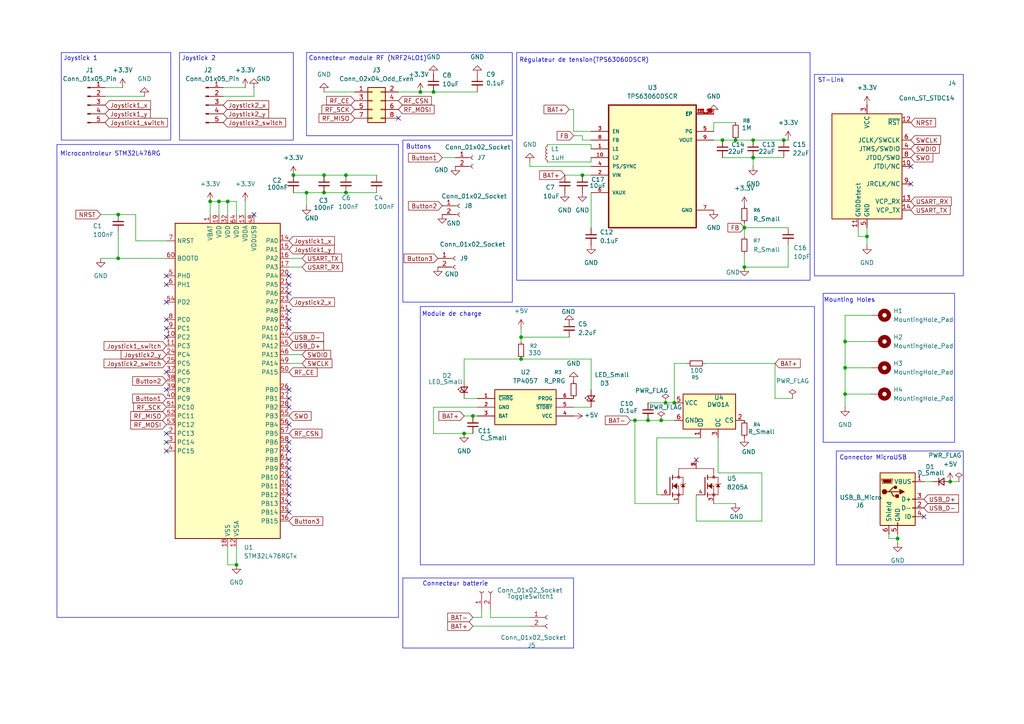
<source format=kicad_sch>
(kicad_sch (version 20250114) (generator "eeschema") (generator_version "9.0")
  (paper "A4")
  (title_block (title "Drone Controller") (date "2025-10-04") (company "ENSEA") (comment 1 "V1"))
  (rectangle (start 116.84 40.64) (end 148.59 87.63))
  (rectangle (start 16.51 41.91) (end 115.57 179.07))
  (rectangle (start 17.78 15.24) (end 49.53 40.64))
  (rectangle (start 242.57 130.81) (end 279.4 163.83))
  (rectangle (start 121.92 88.9) (end 236.22 163.83))
  (rectangle (start 149.86 15.24) (end 234.95 81.28))
  (rectangle (start 116.84 167.64) (end 166.37 187.96))
  (rectangle (start 88.9 15.24) (end 148.59 39.37))
  (rectangle (start 236.22 21.59) (end 279.4 80.01))
  (rectangle (start 52.07 15.24) (end 85.09 40.64))
  (rectangle (start 238.76 85.09) (end 276.86 128.27))
  (text "Mounting Holes" (at 246.38 87.122 0) (effects (font (size 1.27 1.27))))
  (text "Joystick 2\n" (at 57.658 17.018 0) (effects (font (size 1.27 1.27))))
  (text "Connector MicroUSB" (at 253.238 132.842 0) (effects (font (size 1.27 1.27))))
  (text "Buttons" (at 121.412 42.672 0) (effects (font (size 1.27 1.27))))
  (text "Microcontroleur STM32L476RG\n" (at 32.004 44.704 0) (effects (font (size 1.27 1.27))))
  (text "ST-Link" (at 241.046 23.368 0) (effects (font (size 1.27 1.27))))
  (text "Connecteur module RF (NRF24LO1)" (at 106.68 17.018 0) (effects (font (size 1.27 1.27))))
  (text "Joystick 1\n" (at 23.368 17.018 0) (effects (font (size 1.27 1.27))))
  (text "Régulateur de tension(TPS63060DSCR)\n\n" (at 169.418 18.542 0) (effects (font (size 1.27 1.27))))
  (text "Connecteur batterie" (at 132.08 169.418 0) (effects (font (size 1.27 1.27))))
  (text "Module de charge" (at 131.064 91.186 0) (effects (font (size 1.27 1.27))))
  (junction (at 209.55 40.64))
  (junction (at 85.09 50.8))
  (junction (at 245.11 114.3))
  (junction (at 63.5 58.42))
  (junction (at 66.04 58.42))
  (junction (at 245.11 99.06))
  (junction (at 218.44 45.72))
  (junction (at 93.98 50.8))
  (junction (at 121.92 26.67))
  (junction (at 213.36 40.64))
  (junction (at 100.33 55.88))
  (junction (at 68.58 163.83))
  (junction (at 151.13 97.79))
  (junction (at 34.29 74.93))
  (junction (at 134.62 125.73))
  (junction (at 260.35 156.21))
  (junction (at 151.13 104.14))
  (junction (at 275.59 139.7))
  (junction (at 100.33 50.8))
  (junction (at 88.9 55.88))
  (junction (at 245.11 106.68))
  (junction (at 227.33 40.64))
  (junction (at 191.77 121.92))
  (junction (at 251.46 68.58))
  (junction (at 125.73 26.67))
  (junction (at 137.16 120.65))
  (junction (at 215.9 77.47))
  (junction (at 34.29 62.23))
  (junction (at 60.96 58.42))
  (junction (at 168.91 50.8))
  (junction (at 218.44 40.64))
  (junction (at 195.58 116.84))
  (junction (at 193.04 116.84))
  (junction (at 93.98 55.88))
  (junction (at 187.96 121.92))
  (junction (at 215.9 66.04))
  (junction (at 184.15 121.92))
  (no_connect (at 83.82 133.35))
  (no_connect (at 83.82 128.27))
  (no_connect (at 83.82 135.89))
  (no_connect (at 115.57 34.29))
  (no_connect (at 264.16 53.34))
  (no_connect (at 48.26 125.73))
  (no_connect (at 48.26 113.03))
  (no_connect (at 48.26 87.63))
  (no_connect (at 48.26 130.81))
  (no_connect (at 83.82 82.55))
  (no_connect (at 83.82 80.01))
  (no_connect (at 48.26 80.01))
  (no_connect (at 83.82 95.25))
  (no_connect (at 83.82 143.51))
  (no_connect (at 83.82 113.03))
  (no_connect (at 83.82 140.97))
  (no_connect (at 267.97 149.86))
  (no_connect (at 201.93 133.35))
  (no_connect (at 83.82 92.71))
  (no_connect (at 83.82 146.05))
  (no_connect (at 48.26 107.95))
  (no_connect (at 83.82 123.19))
  (no_connect (at 83.82 130.81))
  (no_connect (at 264.16 48.26))
  (no_connect (at 73.66 62.23))
  (no_connect (at 48.26 97.79))
  (no_connect (at 48.26 128.27))
  (no_connect (at 83.82 138.43))
  (no_connect (at 83.82 85.09))
  (no_connect (at 83.82 148.59))
  (no_connect (at 83.82 115.57))
  (no_connect (at 83.82 90.17))
  (no_connect (at 48.26 95.25))
  (no_connect (at 83.82 118.11))
  (no_connect (at 48.26 92.71))
  (no_connect (at 48.26 82.55))
  (wire (pts (xy 209.55 40.64) (xy 213.36 40.64)))
  (wire (pts (xy 137.16 181.61) (xy 153.67 181.61)))
  (wire (pts (xy 132.08 45.72) (xy 128.27 45.72)))
  (wire (pts (xy 151.13 95.25) (xy 151.13 97.79)))
  (wire (pts (xy 245.11 106.68) (xy 252.73 106.68)))
  (wire (pts (xy 184.15 121.92) (xy 187.96 121.92)))
  (wire (pts (xy 220.98 137.16) (xy 220.98 151.13)))
  (wire (pts (xy 203.2 127) (xy 190.5 127)))
  (wire (pts (xy 224.79 115.57) (xy 229.87 115.57)))
  (wire (pts (xy 66.04 158.75) (xy 66.04 163.83)))
  (wire (pts (xy 195.58 116.84) (xy 195.58 105.41)))
  (wire (pts (xy 93.98 55.88) (xy 100.33 55.88)))
  (wire (pts (xy 100.33 50.8) (xy 109.22 50.8)))
  (wire (pts (xy 137.16 120.65) (xy 138.43 120.65)))
  (wire (pts (xy 151.13 104.14) (xy 134.62 104.14)))
  (wire (pts (xy 218.44 40.64) (xy 227.33 40.64)))
  (wire (pts (xy 207.01 146.05) (xy 213.36 146.05)))
  (wire (pts (xy 245.11 106.68) (xy 245.11 114.3)))
  (wire (pts (xy 60.96 62.23) (xy 60.96 58.42)))
  (wire (pts (xy 275.59 139.7) (xy 278.13 139.7)))
  (wire (pts (xy 208.28 127) (xy 208.28 137.16)))
  (wire (pts (xy 187.96 116.84) (xy 193.04 116.84)))
  (wire (pts (xy 171.45 48.26) (xy 153.67 48.26)))
  (wire (pts (xy 29.21 74.93) (xy 34.29 74.93)))
  (wire (pts (xy 88.9 55.88) (xy 88.9 59.69)))
  (wire (pts (xy 218.44 45.72) (xy 227.33 45.72)))
  (wire (pts (xy 34.29 67.31) (xy 34.29 74.93)))
  (wire (pts (xy 215.9 66.04) (xy 215.9 68.58)))
  (wire (pts (xy 73.66 25.4) (xy 73.66 27.94)))
  (wire (pts (xy 153.67 48.26) (xy 153.67 46.99)))
  (wire (pts (xy 245.11 99.06) (xy 245.11 106.68)))
  (wire (pts (xy 204.47 105.41) (xy 224.79 105.41)))
  (wire (pts (xy 64.77 25.4) (xy 71.12 25.4)))
  (wire (pts (xy 166.37 31.75) (xy 166.37 38.1)))
  (wire (pts (xy 83.82 105.41) (xy 87.63 105.41)))
  (wire (pts (xy 208.28 137.16) (xy 220.98 137.16)))
  (wire (pts (xy 184.15 121.92) (xy 184.15 146.05)))
  (wire (pts (xy 66.04 163.83) (xy 68.58 163.83)))
  (wire (pts (xy 193.04 116.84) (xy 195.58 116.84)))
  (wire (pts (xy 134.62 125.73) (xy 137.16 125.73)))
  (wire (pts (xy 134.62 115.57) (xy 138.43 115.57)))
  (wire (pts (xy 166.37 39.37) (xy 168.91 39.37)))
  (wire (pts (xy 171.45 66.04) (xy 171.45 55.88)))
  (wire (pts (xy 60.96 58.42) (xy 63.5 58.42)))
  (wire (pts (xy 171.45 113.03) (xy 171.45 104.14)))
  (wire (pts (xy 125.73 118.11) (xy 138.43 118.11)))
  (wire (pts (xy 171.45 45.72) (xy 171.45 46.99)))
  (wire (pts (xy 134.62 125.73) (xy 125.73 125.73)))
  (wire (pts (xy 134.62 120.65) (xy 137.16 120.65)))
  (wire (pts (xy 85.09 55.88) (xy 88.9 55.88)))
  (wire (pts (xy 228.6 66.04) (xy 215.9 66.04)))
  (wire (pts (xy 245.11 114.3) (xy 245.11 118.11)))
  (wire (pts (xy 85.09 50.8) (xy 93.98 50.8)))
  (wire (pts (xy 252.73 91.44) (xy 245.11 91.44)))
  (wire (pts (xy 168.91 50.8) (xy 171.45 50.8)))
  (wire (pts (xy 168.91 40.64) (xy 171.45 40.64)))
  (wire (pts (xy 248.92 66.04) (xy 248.92 68.58)))
  (wire (pts (xy 34.29 74.93) (xy 48.26 74.93)))
  (wire (pts (xy 100.33 55.88) (xy 109.22 55.88)))
  (wire (pts (xy 142.24 179.07) (xy 153.67 179.07)))
  (wire (pts (xy 30.48 25.4) (xy 35.56 25.4)))
  (wire (pts (xy 245.11 99.06) (xy 252.73 99.06)))
  (wire (pts (xy 166.37 118.11) (xy 171.45 118.11)))
  (wire (pts (xy 83.82 77.47) (xy 87.63 77.47)))
  (wire (pts (xy 245.11 114.3) (xy 252.73 114.3)))
  (wire (pts (xy 207.01 35.56) (xy 213.36 35.56)))
  (wire (pts (xy 245.11 91.44) (xy 245.11 99.06)))
  (wire (pts (xy 63.5 58.42) (xy 66.04 58.42)))
  (wire (pts (xy 215.9 77.47) (xy 228.6 77.47)))
  (wire (pts (xy 257.81 156.21) (xy 260.35 156.21)))
  (wire (pts (xy 215.9 73.66) (xy 215.9 77.47)))
  (wire (pts (xy 209.55 45.72) (xy 218.44 45.72)))
  (wire (pts (xy 93.98 26.67) (xy 102.87 26.67)))
  (wire (pts (xy 39.37 69.85) (xy 48.26 69.85)))
  (wire (pts (xy 29.21 62.23) (xy 34.29 62.23)))
  (wire (pts (xy 196.85 146.05) (xy 184.15 146.05)))
  (wire (pts (xy 39.37 62.23) (xy 39.37 69.85)))
  (wire (pts (xy 34.29 62.23) (xy 39.37 62.23)))
  (wire (pts (xy 73.66 27.94) (xy 64.77 27.94)))
  (wire (pts (xy 207.01 40.64) (xy 209.55 40.64)))
  (wire (pts (xy 201.93 151.13) (xy 201.93 143.51)))
  (wire (pts (xy 137.16 179.07) (xy 139.7 179.07)))
  (wire (pts (xy 191.77 121.92) (xy 195.58 121.92)))
  (wire (pts (xy 182.88 121.92) (xy 184.15 121.92)))
  (wire (pts (xy 213.36 40.64) (xy 218.44 40.64)))
  (wire (pts (xy 83.82 74.93) (xy 87.63 74.93)))
  (wire (pts (xy 68.58 58.42) (xy 68.58 62.23)))
  (wire (pts (xy 207.01 38.1) (xy 207.01 35.56)))
  (wire (pts (xy 187.96 121.92) (xy 191.77 121.92)))
  (wire (pts (xy 166.37 38.1) (xy 171.45 38.1)))
  (wire (pts (xy 71.12 58.42) (xy 71.12 62.23)))
  (wire (pts (xy 227.33 40.64) (xy 228.6 40.64)))
  (wire (pts (xy 257.81 156.21) (xy 257.81 154.94)))
  (wire (pts (xy 83.82 102.87) (xy 87.63 102.87)))
  (wire (pts (xy 158.75 46.99) (xy 171.45 46.99)))
  (wire (pts (xy 66.04 58.42) (xy 68.58 58.42)))
  (wire (pts (xy 228.6 77.47) (xy 228.6 71.12)))
  (wire (pts (xy 142.24 176.53) (xy 142.24 179.07)))
  (wire (pts (xy 260.35 156.21) (xy 260.35 157.48)))
  (wire (pts (xy 165.1 31.75) (xy 166.37 31.75)))
  (wire (pts (xy 260.35 154.94) (xy 260.35 156.21)))
  (wire (pts (xy 267.97 139.7) (xy 270.51 139.7)))
  (wire (pts (xy 151.13 97.79) (xy 151.13 99.06)))
  (wire (pts (xy 218.44 48.26) (xy 218.44 45.72)))
  (wire (pts (xy 190.5 143.51) (xy 191.77 143.51)))
  (wire (pts (xy 68.58 158.75) (xy 68.58 163.83)))
  (wire (pts (xy 121.92 26.67) (xy 125.73 26.67)))
  (wire (pts (xy 134.62 104.14) (xy 134.62 110.49)))
  (wire (pts (xy 88.9 55.88) (xy 93.98 55.88)))
  (wire (pts (xy 195.58 105.41) (xy 199.39 105.41)))
  (wire (pts (xy 66.04 58.42) (xy 66.04 62.23)))
  (wire (pts (xy 115.57 26.67) (xy 121.92 26.67)))
  (wire (pts (xy 125.73 26.67) (xy 138.43 26.67)))
  (wire (pts (xy 163.83 50.8) (xy 168.91 50.8)))
  (wire (pts (xy 125.73 125.73) (xy 125.73 118.11)))
  (wire (pts (xy 30.48 27.94) (xy 41.91 27.94)))
  (wire (pts (xy 63.5 58.42) (xy 63.5 62.23)))
  (wire (pts (xy 139.7 179.07) (xy 139.7 176.53)))
  (wire (pts (xy 93.98 50.8) (xy 100.33 50.8)))
  (wire (pts (xy 251.46 71.12) (xy 251.46 68.58)))
  (wire (pts (xy 190.5 127) (xy 190.5 143.51)))
  (wire (pts (xy 251.46 68.58) (xy 251.46 66.04)))
  (wire (pts (xy 158.75 41.91) (xy 171.45 41.91)))
  (wire (pts (xy 224.79 105.41) (xy 224.79 115.57)))
  (wire (pts (xy 248.92 68.58) (xy 251.46 68.58)))
  (wire (pts (xy 151.13 97.79) (xy 165.1 97.79)))
  (wire (pts (xy 215.9 66.04) (xy 215.9 64.77)))
  (wire (pts (xy 168.91 39.37) (xy 168.91 40.64)))
  (wire (pts (xy 220.98 151.13) (xy 201.93 151.13)))
  (wire (pts (xy 171.45 41.91) (xy 171.45 43.18)))
  (wire (pts (xy 165.1 93.98) (xy 165.1 92.71)))
  (wire (pts (xy 171.45 104.14) (xy 151.13 104.14)))
  (global_label "BAT-" (shape input) (at 137.16 179.07 180) (property "Intersheetrefs" "${INTERSHEET_REFS}" (effects (hide yes))))
  (global_label "Button2" (shape input) (at 48.26 110.49 180) (property "Intersheetrefs" "${INTERSHEET_REFS}" (effects (hide yes))))
  (global_label "BAT+" (shape input) (at 134.62 120.65 180) (property "Intersheetrefs" "${INTERSHEET_REFS}" (effects (hide yes))))
  (global_label "RF_MOSI" (shape input) (at 48.26 123.19 180) (property "Intersheetrefs" "${INTERSHEET_REFS}" (effects (hide yes))))
  (global_label "Joystick1_x" (shape input) (at 30.48 30.48 0) (property "Intersheetrefs" "${INTERSHEET_REFS}" (effects (hide yes))))
  (global_label "USB_D-" (shape input) (at 267.97 147.32 0) (property "Intersheetrefs" "${INTERSHEET_REFS}" (effects (hide yes))))
  (global_label "Button3" (shape input) (at 127 74.93 180) (property "Intersheetrefs" "${INTERSHEET_REFS}" (effects (hide yes))))
  (global_label "SWCLK" (shape input) (at 87.63 105.41 0) (property "Intersheetrefs" "${INTERSHEET_REFS}" (effects (hide yes))))
  (global_label "Joystick1_switch" (shape input) (at 30.48 35.56 0) (property "Intersheetrefs" "${INTERSHEET_REFS}" (effects (hide yes))))
  (global_label "Button3" (shape input) (at 83.82 151.13 0) (property "Intersheetrefs" "${INTERSHEET_REFS}" (effects (hide yes))))
  (global_label "RF_MISO" (shape input) (at 48.26 120.65 180) (property "Intersheetrefs" "${INTERSHEET_REFS}" (effects (hide yes))))
  (global_label "BAT+" (shape input) (at 165.1 31.75 180) (property "Intersheetrefs" "${INTERSHEET_REFS}" (effects (hide yes))))
  (global_label "USB_D+" (shape input) (at 267.97 144.78 0) (property "Intersheetrefs" "${INTERSHEET_REFS}" (effects (hide yes))))
  (global_label "Button2" (shape input) (at 128.27 59.69 180) (property "Intersheetrefs" "${INTERSHEET_REFS}" (effects (hide yes))))
  (global_label "Joystick1_y" (shape input) (at 83.82 72.39 0) (property "Intersheetrefs" "${INTERSHEET_REFS}" (effects (hide yes))))
  (global_label "RF_MOSI" (shape input) (at 115.57 31.75 0) (property "Intersheetrefs" "${INTERSHEET_REFS}" (effects (hide yes))))
  (global_label "Joystick2_x" (shape input) (at 64.77 30.48 0) (property "Intersheetrefs" "${INTERSHEET_REFS}" (effects (hide yes))))
  (global_label "RF_CSN" (shape input) (at 115.57 29.21 0) (property "Intersheetrefs" "${INTERSHEET_REFS}" (effects (hide yes))))
  (global_label "USART_RX" (shape input) (at 264.16 58.42 0) (property "Intersheetrefs" "${INTERSHEET_REFS}" (effects (hide yes))))
  (global_label "NRST" (shape input) (at 29.21 62.23 180) (property "Intersheetrefs" "${INTERSHEET_REFS}" (effects (hide yes))))
  (global_label "Joystick2_y" (shape input) (at 64.77 33.02 0) (property "Intersheetrefs" "${INTERSHEET_REFS}" (effects (hide yes))))
  (global_label "BAT+" (shape input) (at 163.83 50.8 180) (property "Intersheetrefs" "${INTERSHEET_REFS}" (effects (hide yes))))
  (global_label "RF_CSN" (shape input) (at 83.82 125.73 0) (property "Intersheetrefs" "${INTERSHEET_REFS}" (effects (hide yes))))
  (global_label "SWDIO" (shape input) (at 264.16 43.18 0) (property "Intersheetrefs" "${INTERSHEET_REFS}" (effects (hide yes))))
  (global_label "BAT-" (shape input) (at 182.88 121.92 180) (property "Intersheetrefs" "${INTERSHEET_REFS}" (effects (hide yes))))
  (global_label "RF_SCK" (shape input) (at 102.87 31.75 180) (property "Intersheetrefs" "${INTERSHEET_REFS}" (effects (hide yes))))
  (global_label "BAT+" (shape input) (at 137.16 181.61 180) (property "Intersheetrefs" "${INTERSHEET_REFS}" (effects (hide yes))))
  (global_label "USB_D+" (shape input) (at 83.82 100.33 0) (property "Intersheetrefs" "${INTERSHEET_REFS}" (effects (hide yes))))
  (global_label "Joystick2_y" (shape input) (at 48.26 102.87 180) (property "Intersheetrefs" "${INTERSHEET_REFS}" (effects (hide yes))))
  (global_label "Joystick2_x" (shape input) (at 83.82 87.63 0) (property "Intersheetrefs" "${INTERSHEET_REFS}" (effects (hide yes))))
  (global_label "SWCLK" (shape input) (at 264.16 40.64 0) (property "Intersheetrefs" "${INTERSHEET_REFS}" (effects (hide yes))))
  (global_label "USB_D-" (shape input) (at 83.82 97.79 0) (property "Intersheetrefs" "${INTERSHEET_REFS}" (effects (hide yes))))
  (global_label "SWO" (shape input) (at 264.16 45.72 0) (property "Intersheetrefs" "${INTERSHEET_REFS}" (effects (hide yes))))
  (global_label "Button1" (shape input) (at 128.27 45.72 180) (property "Intersheetrefs" "${INTERSHEET_REFS}" (effects (hide yes))))
  (global_label "FB" (shape input) (at 215.9 66.04 180) (property "Intersheetrefs" "${INTERSHEET_REFS}" (effects (hide yes))))
  (global_label "USART_TX" (shape input) (at 264.16 60.96 0) (property "Intersheetrefs" "${INTERSHEET_REFS}" (effects (hide yes))))
  (global_label "Joystick2_switch" (shape input) (at 48.26 105.41 180) (property "Intersheetrefs" "${INTERSHEET_REFS}" (effects (hide yes))))
  (global_label "USART_TX" (shape input) (at 87.63 74.93 0) (property "Intersheetrefs" "${INTERSHEET_REFS}" (effects (hide yes))))
  (global_label "USART_RX" (shape input) (at 87.63 77.47 0) (property "Intersheetrefs" "${INTERSHEET_REFS}" (effects (hide yes))))
  (global_label "Joystick2_switch" (shape input) (at 64.77 35.56 0) (property "Intersheetrefs" "${INTERSHEET_REFS}" (effects (hide yes))))
  (global_label "BAT+" (shape input) (at 224.79 105.41 0) (property "Intersheetrefs" "${INTERSHEET_REFS}" (effects (hide yes))))
  (global_label "Joystick1_switch" (shape input) (at 48.26 100.33 180) (property "Intersheetrefs" "${INTERSHEET_REFS}" (effects (hide yes))))
  (global_label "RF_SCK" (shape input) (at 48.26 118.11 180) (property "Intersheetrefs" "${INTERSHEET_REFS}" (effects (hide yes))))
  (global_label "Joystick1_x" (shape input) (at 83.82 69.85 0) (property "Intersheetrefs" "${INTERSHEET_REFS}" (effects (hide yes))))
  (global_label "Button1" (shape input) (at 48.26 115.57 180) (property "Intersheetrefs" "${INTERSHEET_REFS}" (effects (hide yes))))
  (global_label "RF_CE" (shape input) (at 83.82 107.95 0) (property "Intersheetrefs" "${INTERSHEET_REFS}" (effects (hide yes))))
  (global_label "RF_MISO" (shape input) (at 102.87 34.29 180) (property "Intersheetrefs" "${INTERSHEET_REFS}" (effects (hide yes))))
  (global_label "NRST" (shape input) (at 264.16 35.56 0) (property "Intersheetrefs" "${INTERSHEET_REFS}" (effects (hide yes))))
  (global_label "Joystick1_y" (shape input) (at 30.48 33.02 0) (property "Intersheetrefs" "${INTERSHEET_REFS}" (effects (hide yes))))
  (global_label "RF_CE" (shape input) (at 102.87 29.21 180) (property "Intersheetrefs" "${INTERSHEET_REFS}" (effects (hide yes))))
  (global_label "SWO" (shape input) (at 83.82 120.65 0) (property "Intersheetrefs" "${INTERSHEET_REFS}" (effects (hide yes))))
  (global_label "FB" (shape input) (at 166.37 39.37 180) (property "Intersheetrefs" "${INTERSHEET_REFS}" (effects (hide yes))))
  (global_label "SWDIO" (shape input) (at 87.63 102.87 0) (property "Intersheetrefs" "${INTERSHEET_REFS}" (effects (hide yes))))
  (symbol (lib_id "Connector:Conn_01x05_Pin") (at 59.69 30.48 0) (unit 1)
    (property "Reference" "J2" (at 60.325 20.32 0))
    (property "Value" "Conn_01x05_Pin" (at 61.595 22.86 0))
    (property "Footprint" "Connector_JST:JST_XH_B5B-XH-A_1x05_P2.50mm_Vertical" (effects (hide yes)))
    (property "Description" "Generic connector, single row, 01x05, script generated" (effects (hide yes)))
  )
  (symbol (lib_id "power:GND") (at 260.35 157.48 0) (unit 1)
    (property "Reference" "#PWR017" (effects (hide yes)))
    (property "Value" "GND" (at 260.35 162.56 0))
    (property "Description" "Power symbol creates a global label with name \"GND\" , ground" (effects (hide yes)))
  )
  (symbol (lib_id "Connector:Conn_01x02_Socket") (at 133.35 59.69 0) (unit 1)
    (property "Reference" "J8" (at 134.62 59.6899 0) (effects (justify left)))
    (property "Value" "Conn_01x02_Socket" (at 128.016 56.896 0) (effects (justify left)))
    (property "Description" "Generic connector, single row, 01x02, script generated" (effects (hide yes)))
  )
  (symbol (lib_id "Device:LED_Small") (at 134.62 113.03 90) (unit 1)
    (property "Reference" "D2" (at 128.27 108.966 90) (effects (justify right)))
    (property "Value" "LED_Small" (at 124.206 110.744 90) (effects (justify right)))
    (property "Footprint" "LED_SMD:LED_0603_1608Metric_Pad1.05x0.95mm_HandSolder" (effects (hide yes)))
    (property "Description" "Light emitting diode, small symbol" (effects (hide yes)))
    (property "Sim.Pin" "1=K 2=A" (effects (hide yes)))
  )
  (symbol (lib_id "power:PWR_FLAG") (at 193.04 116.84 0) (unit 1)
    (property "Reference" "#FLG02" (effects (hide yes)))
    (property "Value" "PWR_FLAG" (at 188.976 113.284 0))
    (property "Description" "Special symbol for telling ERC where power comes from" (effects (hide yes)))
  )
  (symbol (lib_id "power:PWR_FLAG") (at 229.87 115.57 0) (unit 1)
    (property "Reference" "#FLG04" (effects (hide yes)))
    (property "Value" "PWR_FLAG" (at 229.87 110.49 0))
    (property "Description" "Special symbol for telling ERC where power comes from" (effects (hide yes)))
  )
  (symbol (lib_id "MCU_ST_STM32L4:STM32L476RGTx") (at 66.04 110.49 0) (unit 1)
    (property "Reference" "U1" (at 70.7233 158.75 0) (effects (justify left)))
    (property "Value" "STM32L476RGTx" (at 70.7233 161.29 0) (effects (justify left)))
    (property "Footprint" "Package_QFP:LQFP-64_10x10mm_P0.5mm" (effects (hide yes)))
    (property "Datasheet" "https://www.st.com/resource/en/datasheet/stm32l476rg.pdf" (effects (hide yes)))
    (property "Description" "STMicroelectronics Arm Cortex-M4 MCU, 1024KB flash, 128KB RAM, 80 MHz, 1.71-3.6V, 51 GPIO, LQFP64" (effects (hide yes)))
  )
  (symbol (lib_id "power:+3.3V") (at 121.92 26.67 0) (unit 1)
    (property "Reference" "#PWR014" (effects (hide yes)))
    (property "Value" "+3.3V" (at 121.412 21.59 0))
    (property "Description" "Power symbol creates a global label with name \"+3.3V\"" (effects (hide yes)))
  )
  (symbol (lib_id "Connector:Conn_ST_STDC14") (at 251.46 48.26 0) (unit 1)
    (property "Reference" "J4" (at 277.368 24.13 0) (effects (justify right)))
    (property "Value" "Conn_ST_STDC14" (at 276.86 28.448 0) (effects (justify right)))
    (property "Footprint" "Connector_PinHeader_1.27mm:PinHeader_2x07_P1.27mm_Vertical_SMD" (effects (hide yes)))
    (property "Datasheet" "https://www.st.com/content/ccc/resource/technical/document/user_manual/group1/99/49/91/b6/b2/3a/46/e5/DM00526767/files/DM00526767.pdf/jcr:content/translations/en.DM00526767.pdf" (effects (hide yes)))
    (property "Description" "ST Debug Connector, standard ARM Cortex-M SWD and JTAG interface plus UART" (effects (hide yes)))
  )
  (symbol (lib_id "Device:C_Small") (at 171.45 68.58 0) (unit 1)
    (property "Reference" "C12" (at 173.99 67.3162 0) (effects (justify left)))
    (property "Value" "0.1uF" (at 173.99 69.8562 0) (effects (justify left)))
    (property "Footprint" "Capacitor_SMD:C_0603_1608Metric_Pad1.08x0.95mm_HandSolder" (effects (hide yes)))
    (property "Description" "Unpolarized capacitor, small symbol" (effects (hide yes)))
  )
  (symbol (lib_id "power:GND") (at 88.9 59.69 0) (unit 1)
    (property "Reference" "#PWR09" (effects (hide yes)))
    (property "Value" "GND" (at 90.424 63.246 0))
    (property "Description" "Power symbol creates a global label with name \"GND\" , ground" (effects (hide yes)))
  )
  (symbol (lib_id "power:GND") (at 153.67 46.99 180) (unit 1)
    (property "Reference" "#PWR035" (effects (hide yes)))
    (property "Value" "GND" (at 153.67 41.91 0))
    (property "Description" "Power symbol creates a global label with name \"GND\" , ground" (effects (hide yes)))
  )
  (symbol (lib_id "power:GND") (at 127 77.47 0) (unit 1)
    (property "Reference" "#PWR020" (effects (hide yes)))
    (property "Value" "GND" (at 133.096 79.502 0) (effects (justify right)))
    (property "Description" "Power symbol creates a global label with name \"GND\" , ground" (effects (hide yes)))
  )
  (symbol (lib_id "Device:R_Small") (at 151.13 101.6 0) (unit 1)
    (property "Reference" "R2" (at 153.67 100.3299 0) (effects (font (size 1.016 1.016)) (justify left)))
    (property "Value" "330" (at 153.162 102.362 0) (effects (justify left)))
    (property "Footprint" "Resistor_SMD:R_0603_1608Metric_Pad0.98x0.95mm_HandSolder" (effects (hide yes)))
    (property "Description" "Resistor, small symbol" (effects (hide yes)))
  )
  (symbol (lib_id "Device:C_Small") (at 137.16 123.19 180) (unit 1)
    (property "Reference" "C11" (at 142.494 124.968 0) (effects (justify left)))
    (property "Value" "C_Small" (at 147.066 127 0) (effects (justify left)))
    (property "Footprint" "Capacitor_SMD:C_0603_1608Metric_Pad1.08x0.95mm_HandSolder" (effects (hide yes)))
    (property "Description" "Unpolarized capacitor, small symbol" (effects (hide yes)))
  )
  (symbol (lib_id "power:GND") (at 29.21 74.93 0) (unit 1)
    (property "Reference" "#PWR029" (effects (hide yes)))
    (property "Value" "GND" (at 29.21 80.01 0))
    (property "Description" "Power symbol creates a global label with name \"GND\" , ground" (effects (hide yes)))
  )
  (symbol (lib_id "power:+3.3V") (at 35.56 25.4 0) (unit 1)
    (property "Reference" "#PWR010" (effects (hide yes)))
    (property "Value" "+3.3V" (at 35.56 20.32 0))
    (property "Description" "Power symbol creates a global label with name \"+3.3V\"" (effects (hide yes)))
  )
  (symbol (lib_id "Connector:Conn_01x05_Pin") (at 25.4 30.48 0) (unit 1)
    (property "Reference" "J1" (at 26.035 20.32 0))
    (property "Value" "Conn_01x05_Pin" (at 26.035 22.86 0))
    (property "Footprint" "Connector_JST:JST_XH_B5B-XH-A_1x05_P2.50mm_Vertical" (effects (hide yes)))
    (property "Description" "Generic connector, single row, 01x05, script generated" (effects (hide yes)))
  )
  (symbol (lib_id "TP4057:TP4057") (at 151.13 118.11 0) (unit 1)
    (property "Reference" "U2" (at 152.4 107.95 0))
    (property "Value" "TP4057" (at 152.4 110.49 0))
    (property "Footprint" "Package_TO_SOT_SMD:TSOT-23-6_HandSoldering" (effects (hide yes)))
    (property "MF" "UMW" (effects (hide yes)))
    (property "Description_1" "SOT23-6 BATTERY MANAGEMENT ICS R" (effects (hide yes)))
    (property "Package" "SOT23-6 UMW" (effects (hide yes)))
    (property "Price" "None" (effects (hide yes)))
    (property "SnapEDA_Link" "https://www.snapeda.com/parts/TP4057/UMW/view-part/?ref=snap" (effects (hide yes)))
    (property "MP" "TP4057" (effects (hide yes)))
    (property "Availability" "In Stock" (effects (hide yes)))
    (property "Check_prices" "https://www.snapeda.com/parts/TP4057/UMW/view-part/?ref=eda" (effects (hide yes)))
  )
  (symbol (lib_id "power:GND") (at 168.91 55.88 0) (unit 1)
    (property "Reference" "#PWR028" (effects (hide yes)))
    (property "Value" "GND" (at 168.91 60.96 0))
    (property "Description" "Power symbol creates a global label with name \"GND\" , ground" (effects (hide yes)))
  )
  (symbol (lib_id "power:GND") (at 215.9 127 0) (unit 1)
    (property "Reference" "#PWR031" (effects (hide yes)))
    (property "Value" "GND" (at 217.17 131.064 0))
    (property "Description" "Power symbol creates a global label with name \"GND\" , ground" (effects (hide yes)))
  )
  (symbol (lib_id "Mechanical:MountingHole_Pad") (at 255.27 114.3 270) (unit 1) (in_bom no)
    (property "Reference" "H4" (at 259.08 113.0299 90) (effects (justify left)))
    (property "Value" "MountingHole_Pad" (at 259.08 115.5699 90) (effects (justify left)))
    (property "Footprint" "MountingHole:MountingHole_3.2mm_M3_DIN965_Pad" (effects (hide yes)))
    (property "Description" "Mounting Hole with connection" (effects (hide yes)))
  )
  (symbol (lib_id "Device:C_Small") (at 228.6 68.58 0) (unit 1)
    (property "Reference" "C16" (at 230.124 71.882 0) (effects (justify left)))
    (property "Value" "10pF" (at 230.124 74.422 0) (effects (justify left)))
    (property "Footprint" "Capacitor_SMD:C_0603_1608Metric_Pad1.08x0.95mm_HandSolder" (effects (hide yes)))
    (property "Description" "Unpolarized capacitor, small symbol" (effects (hide yes)))
  )
  (symbol (lib_id "Device:C_Small") (at 163.83 53.34 0) (unit 1)
    (property "Reference" "C7" (at 158.242 54.356 0) (effects (justify left)))
    (property "Value" "10uF" (at 157.48 56.896 0) (effects (justify left)))
    (property "Footprint" "Capacitor_SMD:C_0603_1608Metric_Pad1.08x0.95mm_HandSolder" (effects (hide yes)))
    (property "Description" "Unpolarized capacitor, small symbol" (effects (hide yes)))
  )
  (symbol (lib_id "8205A:8205A") (at 201.93 140.97 0) (unit 1)
    (property "Reference" "U5" (at 210.82 138.7728 0) (effects (justify left)))
    (property "Value" "8205A" (at 210.82 141.3128 0) (effects (justify left)))
    (property "Footprint" "Package_TO_SOT_SMD:SOT-23-6" (effects (hide yes)))
    (property "MF" "UMW" (effects (hide yes)))
    (property "MAXIMUM_PACKAGE_HEIGHT" "1.40mm" (effects (hide yes)))
    (property "Package" "SOT-23-6 UMW" (effects (hide yes)))
    (property "Price" "None" (effects (hide yes)))
    (property "Check_prices" "https://www.snapeda.com/parts/8205A/UMW/view-part/?ref=eda" (effects (hide yes)))
    (property "STANDARD" "IPC 7351B" (effects (hide yes)))
    (property "PARTREV" "NA" (effects (hide yes)))
    (property "SnapEDA_Link" "https://www.snapeda.com/parts/8205A/UMW/view-part/?ref=snap" (effects (hide yes)))
    (property "MP" "8205A" (effects (hide yes)))
    (property "Description_1" "Mosfet Array 20V 5A 830mW (Ta) Surface Mount SOT-23-6" (effects (hide yes)))
    (property "Availability" "In Stock" (effects (hide yes)))
    (property "MANUFACTURER" "UMW" (effects (hide yes)))
  )
  (symbol (lib_id "power:GND") (at 207.01 33.02 180) (unit 1)
    (property "Reference" "#PWR038" (effects (hide yes)))
    (property "Value" "GND" (at 207.01 27.94 0))
    (property "Description" "Power symbol creates a global label with name \"GND\" , ground" (effects (hide yes)))
  )
  (symbol (lib_id "power:GND") (at 171.45 71.12 0) (unit 1)
    (property "Reference" "#PWR034" (effects (hide yes)))
    (property "Value" "GND" (at 171.45 76.2 0))
    (property "Description" "Power symbol creates a global label with name \"GND\" , ground" (effects (hide yes)))
  )
  (symbol (lib_id "power:GND") (at 134.62 125.73 0) (unit 1)
    (property "Reference" "#PWR023" (effects (hide yes)))
    (property "Value" "GND" (at 134.62 130.81 0))
    (property "Description" "Power symbol creates a global label with name \"GND\" , ground" (effects (hide yes)))
  )
  (symbol (lib_id "power:GND") (at 132.08 48.26 0) (unit 1)
    (property "Reference" "#PWR040" (effects (hide yes)))
    (property "Value" "GND" (at 130.048 49.276 0) (effects (justify right)))
    (property "Description" "Power symbol creates a global label with name \"GND\" , ground" (effects (hide yes)))
  )
  (symbol (lib_id "Mechanical:MountingHole_Pad") (at 255.27 106.68 270) (unit 1) (in_bom no)
    (property "Reference" "H3" (at 259.08 105.4099 90) (effects (justify left)))
    (property "Value" "MountingHole_Pad" (at 259.08 107.9499 90) (effects (justify left)))
    (property "Footprint" "MountingHole:MountingHole_3.2mm_M3_DIN965_Pad" (effects (hide yes)))
    (property "Description" "Mounting Hole with connection" (effects (hide yes)))
  )
  (symbol (lib_id "Device:C_Small") (at 100.33 53.34 0) (unit 1)
    (property "Reference" "C6" (at 99.06 57.404 0) (effects (justify left)))
    (property "Value" "100nF" (at 98.044 59.944 0) (effects (justify left)))
    (property "Footprint" "Capacitor_SMD:C_0603_1608Metric_Pad1.08x0.95mm_HandSolder" (effects (hide yes)))
    (property "Description" "Unpolarized capacitor, small symbol" (effects (hide yes)))
  )
  (symbol (lib_id "Battery_Management:DW01A") (at 205.74 119.38 0) (unit 1)
    (property "Reference" "U4" (at 208.534 115.316 0))
    (property "Value" "DW01A" (at 208.28 117.348 0))
    (property "Footprint" "Package_TO_SOT_SMD:SOT-23-6" (effects (hide yes)))
    (property "Datasheet" "https://hmsemi.com/downfile/DW01A.PDF" (effects (hide yes)))
    (property "Description" "Overcharge, overcurrent and overdischarge protection IC for single cell lithium-ion/polymer battery" (effects (hide yes)))
  )
  (symbol (lib_id "power:PWR_FLAG") (at 191.77 121.92 0) (unit 1)
    (property "Reference" "#FLG03" (effects (hide yes)))
    (property "Value" "PWR_FLAG" (at 193.04 118.11 0))
    (property "Description" "Special symbol for telling ERC where power comes from" (effects (hide yes)))
  )
  (symbol (lib_id "Device:R_Small") (at 215.9 71.12 0) (unit 1)
    (property "Reference" "R7" (at 218.44 69.8499 0) (effects (font (size 1.016 1.016)) (justify left)))
    (property "Value" "R_Small" (at 218.44 72.3899 0) (effects (justify left)))
    (property "Footprint" "Resistor_SMD:R_0603_1608Metric_Pad0.98x0.95mm_HandSolder" (effects (hide yes)))
    (property "Description" "Resistor, small symbol" (effects (hide yes)))
  )
  (symbol (lib_id "Device:C_Small") (at 227.33 43.18 0) (unit 1)
    (property "Reference" "C15" (at 229.87 41.9162 0) (effects (justify left)))
    (property "Value" "22uF" (at 229.87 44.45 0) (effects (justify left)))
    (property "Footprint" "Capacitor_SMD:C_0603_1608Metric_Pad1.08x0.95mm_HandSolder" (effects (hide yes)))
    (property "Description" "Unpolarized capacitor, small symbol" (effects (hide yes)))
  )
  (symbol (lib_id "power:+3.3V") (at 251.46 30.48 0) (unit 1)
    (property "Reference" "#PWR01" (effects (hide yes)))
    (property "Value" "+3.3V" (at 251.46 25.4 0))
    (property "Description" "Power symbol creates a global label with name \"+3.3V\"" (effects (hide yes)))
  )
  (symbol (lib_id "power:GND") (at 125.73 21.59 180) (unit 1)
    (property "Reference" "#PWR032" (effects (hide yes)))
    (property "Value" "GND" (at 125.73 16.51 0))
    (property "Description" "Power symbol creates a global label with name \"GND\" , ground" (effects (hide yes)))
  )
  (symbol (lib_id "power:+3.3V") (at 85.09 50.8 0) (unit 1)
    (property "Reference" "#PWR08" (effects (hide yes)))
    (property "Value" "+3.3V" (at 85.09 45.72 0))
    (property "Description" "Power symbol creates a global label with name \"+3.3V\"" (effects (hide yes)))
  )
  (symbol (lib_id "power:GND") (at 128.27 62.23 0) (unit 1)
    (property "Reference" "#PWR030" (effects (hide yes)))
    (property "Value" "GND" (at 133.604 64.77 0) (effects (justify right)))
    (property "Description" "Power symbol creates a global label with name \"GND\" , ground" (effects (hide yes)))
  )
  (symbol (lib_id "Device:R_Small") (at 215.9 124.46 0) (unit 1)
    (property "Reference" "R4" (at 218.44 123.1899 0) (effects (font (size 1.016 1.016)) (justify left)))
    (property "Value" "R_Small" (at 216.916 125.222 0) (effects (justify left)))
    (property "Footprint" "Resistor_SMD:R_0603_1608Metric_Pad0.98x0.95mm_HandSolder" (effects (hide yes)))
    (property "Description" "Resistor, small symbol" (effects (hide yes)))
  )
  (symbol (lib_id "Device:C_Small") (at 218.44 43.18 0) (unit 1)
    (property "Reference" "C13" (at 220.98 41.9162 0) (effects (justify left)))
    (property "Value" "22uF" (at 219.964 43.942 0) (effects (justify left)))
    (property "Footprint" "Capacitor_SMD:C_0603_1608Metric_Pad1.08x0.95mm_HandSolder" (effects (hide yes)))
    (property "Description" "Unpolarized capacitor, small symbol" (effects (hide yes)))
  )
  (symbol (lib_id "power:+5V") (at 166.37 120.65 270) (unit 1)
    (property "Reference" "#PWR022" (effects (hide yes)))
    (property "Value" "+5V" (at 169.418 120.396 90) (effects (justify left)))
    (property "Description" "Power symbol creates a global label with name \"+5V\"" (effects (hide yes)))
  )
  (symbol (lib_id "Device:R_Small") (at 166.37 113.03 0) (unit 1)
    (property "Reference" "R3" (at 160.782 107.95 0) (effects (font (size 1.016 1.016)) (justify left)))
    (property "Value" "R_PRG" (at 157.734 110.49 0) (effects (justify left)))
    (property "Footprint" "Resistor_SMD:R_0603_1608Metric_Pad0.98x0.95mm_HandSolder" (effects (hide yes)))
    (property "Description" "Resistor, small symbol" (effects (hide yes)))
  )
  (symbol (lib_id "power:GND") (at 165.1 93.98 180) (unit 1)
    (property "Reference" "#PWR025" (effects (hide yes)))
    (property "Value" "GND" (at 164.846 90.424 0))
    (property "Description" "Power symbol creates a global label with name \"GND\" , ground" (effects (hide yes)))
  )
  (symbol (lib_id "Device:L_Small") (at 158.75 44.45 180) (unit 1)
    (property "Reference" "L1" (at 159.766 43.18 0) (effects (justify right)))
    (property "Value" "1uH" (at 159.766 45.72 0) (effects (justify right)))
    (property "Footprint" "Inductor_SMD:L_0805_2012Metric_Pad1.05x1.20mm_HandSolder" (effects (hide yes)))
    (property "Description" "Inductor, small symbol" (effects (hide yes)))
  )
  (symbol (lib_id "Device:C_Small") (at 168.91 53.34 0) (unit 1)
    (property "Reference" "C17" (at 171.45 52.0762 0) (effects (justify left)))
    (property "Value" "10uF" (at 170.942 53.848 0) (effects (justify left)))
    (property "Footprint" "Capacitor_SMD:C_0603_1608Metric_Pad1.08x0.95mm_HandSolder" (effects (hide yes)))
    (property "Description" "Unpolarized capacitor, small symbol" (effects (hide yes)))
  )
  (symbol (lib_id "Connector_Generic:Conn_02x04_Odd_Even") (at 107.95 29.21 0) (unit 1)
    (property "Reference" "J3" (at 109.22 20.32 0))
    (property "Value" "Conn_02x04_Odd_Even" (at 109.22 22.86 0))
    (property "Footprint" "Connector_JST:JST_PHD_B8B-PHDSS_2x04_P2.00mm_Vertical" (effects (hide yes)))
    (property "Description" "Generic connector, double row, 02x04, odd/even pin numbering scheme (row 1 odd numbers, row 2 even numbers), script generated (kicad-library-utils/schlib/autogen/connector/)" (effects (hide yes)))
  )
  (symbol (lib_id "power:+5V") (at 151.13 95.25 0) (unit 1)
    (property "Reference" "#PWR024" (effects (hide yes)))
    (property "Value" "+5V" (at 151.13 90.17 0))
    (property "Description" "Power symbol creates a global label with name \"+5V\"" (effects (hide yes)))
  )
  (symbol (lib_id "power:GND") (at 138.43 21.59 180) (unit 1)
    (property "Reference" "#PWR033" (effects (hide yes)))
    (property "Value" "GND" (at 138.43 16.51 0))
    (property "Description" "Power symbol creates a global label with name \"GND\" , ground" (effects (hide yes)))
  )
  (symbol (lib_id "Connector:Conn_01x02_Socket") (at 132.08 74.93 0) (unit 1)
    (property "Reference" "J9" (at 133.35 74.9299 0) (effects (justify left)))
    (property "Value" "Conn_01x02_Socket" (at 127.508 70.866 0) (effects (justify left)))
    (property "Description" "Generic connector, single row, 01x02, script generated" (effects (hide yes)))
  )
  (symbol (lib_id "power:+3.3V") (at 60.96 58.42 0) (unit 1)
    (property "Reference" "#PWR04" (effects (hide yes)))
    (property "Value" "+3.3V" (at 60.96 53.34 0))
    (property "Description" "Power symbol creates a global label with name \"+3.3V\"" (effects (hide yes)))
  )
  (symbol (lib_id "power:GND") (at 163.83 55.88 0) (unit 1)
    (property "Reference" "#PWR027" (effects (hide yes)))
    (property "Value" "GND" (at 163.83 60.96 0))
    (property "Description" "Power symbol creates a global label with name \"GND\" , ground" (effects (hide yes)))
  )
  (symbol (lib_id "power:GND") (at 68.58 163.83 0) (unit 1)
    (property "Reference" "#PWR03" (effects (hide yes)))
    (property "Value" "GND" (at 68.58 168.91 0))
    (property "Description" "Power symbol creates a global label with name \"GND\" , ground" (effects (hide yes)))
  )
  (symbol (lib_id "Device:R_Small") (at 213.36 38.1 0) (unit 1)
    (property "Reference" "R8" (at 215.392 35.052 0) (effects (font (size 1.016 1.016)) (justify left)))
    (property "Value" "1M" (at 215.138 37.084 0) (effects (justify left)))
    (property "Footprint" "Resistor_SMD:R_0603_1608Metric_Pad0.98x0.95mm_HandSolder" (effects (hide yes)))
    (property "Description" "Resistor, small symbol" (effects (hide yes)))
  )
  (symbol (lib_id "power:GND") (at 73.66 25.4 180) (unit 1)
    (property "Reference" "#PWR013" (effects (hide yes)))
    (property "Value" "GND" (at 78.486 22.86 0) (effects (justify left)))
    (property "Description" "Power symbol creates a global label with name \"GND\" , ground" (effects (hide yes)))
  )
  (symbol (lib_id "power:GND") (at 41.91 27.94 180) (unit 1)
    (property "Reference" "#PWR011" (effects (hide yes)))
    (property "Value" "GND" (at 41.91 22.86 0))
    (property "Description" "Power symbol creates a global label with name \"GND\" , ground" (effects (hide yes)))
  )
  (symbol (lib_id "power:+3.3V") (at 215.9 59.69 0) (unit 1)
    (property "Reference" "#PWR019" (effects (hide yes)))
    (property "Value" "+3.3V" (at 215.9 54.61 0))
    (property "Description" "Power symbol creates a global label with name \"+3.3V\"" (effects (hide yes)))
  )
  (symbol (lib_id "power:+5V") (at 275.59 139.7 0) (unit 1)
    (property "Reference" "#PWR016" (effects (hide yes)))
    (property "Value" "+5V" (at 275.59 134.62 0))
    (property "Description" "Power symbol creates a global label with name \"+5V\"" (effects (hide yes)))
  )
  (symbol (lib_id "Device:C_Small") (at 187.96 119.38 0) (unit 1)
    (property "Reference" "C10" (at 179.832 117.094 0) (effects (justify left)))
    (property "Value" "0.1uF" (at 179.578 119.126 0) (effects (justify left)))
    (property "Footprint" "Capacitor_SMD:C_0603_1608Metric_Pad1.08x0.95mm_HandSolder" (effects (hide yes)))
    (property "Description" "Unpolarized capacitor, small symbol" (effects (hide yes)))
  )
  (symbol (lib_id "Device:LED_Small") (at 171.45 115.57 90) (unit 1)
    (property "Reference" "D3" (at 173.99 111.1884 90) (effects (justify right)))
    (property "Value" "LED_Small" (at 172.466 108.712 90) (effects (justify right)))
    (property "Footprint" "LED_SMD:LED_0603_1608Metric_Pad1.05x0.95mm_HandSolder" (effects (hide yes)))
    (property "Description" "Light emitting diode, small symbol" (effects (hide yes)))
    (property "Sim.Pin" "1=K 2=A" (effects (hide yes)))
  )
  (symbol (lib_id "Connector:Conn_01x02_Socket") (at 137.16 45.72 0) (unit 1)
    (property "Reference" "J7" (at 138.43 45.7199 0) (effects (justify left)))
    (property "Value" "Conn_01x02_Socket" (at 129.032 42.672 0) (effects (justify left)))
    (property "Description" "Generic connector, single row, 01x02, script generated" (effects (hide yes)))
  )
  (symbol (lib_id "Device:C_Small") (at 85.09 53.34 0) (unit 1)
    (property "Reference" "C2" (at 78.994 52.324 0) (effects (justify left)))
    (property "Value" "100nF" (at 77.47 54.356 0) (effects (justify left)))
    (property "Footprint" "Capacitor_SMD:C_0603_1608Metric_Pad1.08x0.95mm_HandSolder" (effects (hide yes)))
    (property "Description" "Unpolarized capacitor, small symbol" (effects (hide yes)))
  )
  (symbol (lib_id "Device:C_Small") (at 34.29 64.77 0) (unit 1)
    (property "Reference" "C1" (at 26.924 65.532 0) (effects (justify left)))
    (property "Value" "100nF" (at 26.924 68.072 0) (effects (justify left)))
    (property "Footprint" "Capacitor_SMD:C_0603_1608Metric_Pad1.08x0.95mm_HandSolder" (effects (hide yes)))
    (property "Description" "Unpolarized capacitor, small symbol" (effects (hide yes)))
  )
  (symbol (lib_id "Device:C_Small") (at 93.98 53.34 0) (unit 1)
    (property "Reference" "C3" (at 92.456 58.166 0) (effects (justify left)))
    (property "Value" "100nF" (at 90.932 60.198 0) (effects (justify left)))
    (property "Footprint" "Capacitor_SMD:C_0603_1608Metric_Pad1.08x0.95mm_HandSolder" (effects (hide yes)))
    (property "Description" "Unpolarized capacitor, small symbol" (effects (hide yes)))
  )
  (symbol (lib_id "power:+3.3V") (at 228.6 40.64 0) (unit 1)
    (property "Reference" "#PWR018" (effects (hide yes)))
    (property "Value" "+3.3V" (at 228.6 35.56 0))
    (property "Description" "Power symbol creates a global label with name \"+3.3V\"" (effects (hide yes)))
  )
  (symbol (lib_id "Device:R_Small") (at 201.93 105.41 90) (unit 1)
    (property "Reference" "R5" (at 202.692 109.474 90) (effects (font (size 1.016 1.016)) (justify left)))
    (property "Value" "100" (at 203.962 107.442 90) (effects (justify left)))
    (property "Footprint" "Resistor_SMD:R_0603_1608Metric_Pad0.98x0.95mm_HandSolder" (effects (hide yes)))
    (property "Description" "Resistor, small symbol" (effects (hide yes)))
  )
  (symbol (lib_id "power:GND") (at 218.44 48.26 0) (unit 1)
    (property "Reference" "#PWR037" (effects (hide yes)))
    (property "Value" "GND" (at 218.44 53.34 0))
    (property "Description" "Power symbol creates a global label with name \"GND\" , ground" (effects (hide yes)))
  )
  (symbol (lib_id "Mechanical:MountingHole_Pad") (at 255.27 99.06 270) (unit 1) (in_bom no)
    (property "Reference" "H2" (at 259.08 97.7899 90) (effects (justify left)))
    (property "Value" "MountingHole_Pad" (at 259.08 100.3299 90) (effects (justify left)))
    (property "Footprint" "MountingHole:MountingHole_3.2mm_M3_DIN965_Pad" (effects (hide yes)))
    (property "Description" "Mounting Hole with connection" (effects (hide yes)))
  )
  (symbol (lib_id "Device:C_Small") (at 209.55 43.18 0) (unit 1)
    (property "Reference" "C14" (at 212.09 41.9162 0) (effects (justify left)))
    (property "Value" "22uF" (at 211.074 43.942 0) (effects (justify left)))
    (property "Footprint" "Capacitor_SMD:C_0603_1608Metric_Pad1.08x0.95mm_HandSolder" (effects (hide yes)))
    (property "Description" "Unpolarized capacitor, small symbol" (effects (hide yes)))
  )
  (symbol (lib_id "Connector:Conn_01x02_Socket") (at 158.75 179.07 0) (unit 1)
    (property "Reference" "J5" (at 154.178 187.198 0))
    (property "Value" "Conn_01x02_Socket" (at 154.686 184.912 0))
    (property "Footprint" "Connector_JST:JST_XH_B2B-XH-A_1x02_P2.50mm_Vertical" (effects (hide yes)))
    (property "Description" "Generic connector, single row, 01x02, script generated" (effects (hide yes)))
  )
  (symbol (lib_id "power:GND") (at 93.98 26.67 180) (unit 1)
    (property "Reference" "#PWR015" (effects (hide yes)))
    (property "Value" "GND" (at 93.98 21.59 0))
    (property "Description" "Power symbol creates a global label with name \"GND\" , ground" (effects (hide yes)))
  )
  (symbol (lib_id "power:GND") (at 166.37 110.49 180) (unit 1)
    (property "Reference" "#PWR026" (effects (hide yes)))
    (property "Value" "GND" (at 166.37 105.41 0))
    (property "Description" "Power symbol creates a global label with name \"GND\" , ground" (effects (hide yes)))
  )
  (symbol (lib_id "power:GND") (at 251.46 71.12 0) (unit 1)
    (property "Reference" "#PWR02" (effects (hide yes)))
    (property "Value" "GND" (at 251.46 76.2 0))
    (property "Description" "Power symbol creates a global label with name \"GND\" , ground" (effects (hide yes)))
  )
  (symbol (lib_id "power:GND") (at 207.01 60.96 0) (unit 1)
    (property "Reference" "#PWR036" (effects (hide yes)))
    (property "Value" "GND" (at 207.01 66.04 0))
    (property "Description" "Power symbol creates a global label with name \"GND\" , ground" (effects (hide yes)))
  )
  (symbol (lib_id "power:GND") (at 215.9 77.47 0) (unit 1)
    (property "Reference" "#PWR039" (effects (hide yes)))
    (property "Value" "GND" (at 212.598 78.994 0))
    (property "Description" "Power symbol creates a global label with name \"GND\" , ground" (effects (hide yes)))
  )
  (symbol (lib_id "Device:C_Small") (at 125.73 24.13 0) (unit 1)
    (property "Reference" "C8" (at 128.27 21.844 0) (effects (justify left)))
    (property "Value" "10uF" (at 128.27 24.3778 0) (effects (justify left)))
    (property "Footprint" "Capacitor_SMD:C_0603_1608Metric_Pad1.08x0.95mm_HandSolder" (effects (hide yes)))
    (property "Description" "Unpolarized capacitor, small symbol" (effects (hide yes)))
  )
  (symbol (lib_id "Device:R_Small") (at 215.9 62.23 0) (unit 1)
    (property "Reference" "R6" (at 218.44 60.9599 0) (effects (font (size 1.016 1.016)) (justify left)))
    (property "Value" "R_Small" (at 218.44 63.4999 0) (effects (justify left)))
    (property "Footprint" "Resistor_SMD:R_0603_1608Metric_Pad0.98x0.95mm_HandSolder" (effects (hide yes)))
    (property "Description" "Resistor, small symbol" (effects (hide yes)))
  )
  (symbol (lib_id "Device:D_Small") (at 273.05 139.7 0) (unit 1)
    (property "Reference" "D1" (at 269.748 135.382 0))
    (property "Value" "D_Small" (at 270.002 137.16 0))
    (property "Footprint" "Diode_SMD:D_SOD-123" (effects (hide yes)))
    (property "Description" "Diode, small symbol" (effects (hide yes)))
    (property "Sim.Device" "D" (effects (hide yes)))
    (property "Sim.Pins" "1=K 2=A" (effects (hide yes)))
  )
  (symbol (lib_id "Connector:Conn_01x02_Socket") (at 139.7 171.45 90) (unit 1)
    (property "Reference" "ToggleSwitch1" (at 153.924 172.974 90))
    (property "Value" "Conn_01x02_Socket" (at 153.67 171.196 90))
    (property "Footprint" "Connector_JST:JST_XH_B2B-XH-A_1x02_P2.50mm_Vertical" (effects (hide yes)))
    (property "Description" "Generic connector, single row, 01x02, script generated" (effects (hide yes)))
  )
  (symbol (lib_id "Device:C_Small") (at 165.1 95.25 0) (unit 1)
    (property "Reference" "C5" (at 167.64 93.9862 0) (effects (justify left)))
    (property "Value" "2.2uF" (at 167.64 96.5262 0) (effects (justify left)))
    (property "Footprint" "Capacitor_SMD:C_0603_1608Metric_Pad1.08x0.95mm_HandSolder" (effects (hide yes)))
    (property "Description" "Unpolarized capacitor, small symbol" (effects (hide yes)))
  )
  (symbol (lib_id "TPS63060DSCR:TPS63060DSCR") (at 189.23 48.26 0) (unit 1)
    (property "Reference" "U3" (at 189.23 25.4 0))
    (property "Value" "TPS63060DSCR" (at 189.23 27.94 0))
    (property "Footprint" "Package_SON:Texas_DSC0010J" (effects (hide yes)))
    (property "MF" "Texas Instruments" (effects (hide yes)))
    (property "Description_1" "2.5V to 12V input voltage, 93% Efficient, 2.25A Switch Current Limit, Buck-Boost Converter" (effects (hide yes)))
    (property "Package" "WSON-10 Texas Instruments" (effects (hide yes)))
    (property "Price" "None" (effects (hide yes)))
    (property "SnapEDA_Link" "https://www.snapeda.com/parts/TPS63060DSCR/Texas+Instruments/view-part/?ref=snap" (effects (hide yes)))
    (property "MP" "TPS63060DSCR" (effects (hide yes)))
    (property "Availability" "In Stock" (effects (hide yes)))
    (property "Check_prices" "https://www.snapeda.com/parts/TPS63060DSCR/Texas+Instruments/view-part/?ref=eda" (effects (hide yes)))
  )
  (symbol (lib_id "power:PWR_FLAG") (at 278.13 139.7 0) (mirror y) (unit 1)
    (property "Reference" "#FLG01" (effects (hide yes)))
    (property "Value" "PWR_FLAG" (at 274.066 132.08 0))
    (property "Description" "Special symbol for telling ERC where power comes from" (effects (hide yes)))
  )
  (symbol (lib_id "power:GND") (at 245.11 118.11 0) (unit 1)
    (property "Reference" "#PWR021" (effects (hide yes)))
    (property "Value" "GND" (at 245.11 123.19 0))
    (property "Description" "Power symbol creates a global label with name \"GND\" , ground" (effects (hide yes)))
  )
  (symbol (lib_id "Mechanical:MountingHole_Pad") (at 255.27 91.44 270) (unit 1) (in_bom no)
    (property "Reference" "H1" (at 259.08 90.1699 90) (effects (justify left)))
    (property "Value" "MountingHole_Pad" (at 259.08 92.7099 90) (effects (justify left)))
    (property "Footprint" "MountingHole:MountingHole_3.2mm_M3_DIN965_Pad" (effects (hide yes)))
    (property "Description" "Mounting Hole with connection" (effects (hide yes)))
  )
  (symbol (lib_id "power:+3.3V") (at 71.12 25.4 0) (unit 1)
    (property "Reference" "#PWR012" (effects (hide yes)))
    (property "Value" "+3.3V" (at 71.12 20.32 0))
    (property "Description" "Power symbol creates a global label with name \"+3.3V\"" (effects (hide yes)))
  )
  (symbol (lib_id "Connector:USB_B_Micro") (at 260.35 144.78 0) (unit 1)
    (property "Reference" "J6" (at 249.428 146.558 0))
    (property "Value" "USB_B_Micro" (at 249.682 144.272 0))
    (property "Footprint" "Connector_USB:USB_Micro-B_Molex-105017-0001" (effects (hide yes)))
    (property "Description" "USB Micro Type B connector" (effects (hide yes)))
  )
  (symbol (lib_id "Device:C_Small") (at 109.22 53.34 0) (unit 1)
    (property "Reference" "C4" (at 108.458 57.404 0) (effects (justify left)))
    (property "Value" "100nF" (at 108.458 59.944 0) (effects (justify left)))
    (property "Footprint" "Capacitor_SMD:C_0603_1608Metric_Pad1.08x0.95mm_HandSolder" (effects (hide yes)))
    (property "Description" "Unpolarized capacitor, small symbol" (effects (hide yes)))
  )
  (symbol (lib_id "power:+3.3V") (at 71.12 58.42 0) (unit 1)
    (property "Reference" "#PWR07" (effects (hide yes)))
    (property "Value" "+3.3V" (at 71.12 53.34 0))
    (property "Description" "Power symbol creates a global label with name \"+3.3V\"" (effects (hide yes)))
  )
  (symbol (lib_id "Device:C_Small") (at 138.43 24.13 0) (unit 1)
    (property "Reference" "C9" (at 140.97 21.59 0) (effects (justify left)))
    (property "Value" "0.1uF" (at 140.97 24.1238 0) (effects (justify left)))
    (property "Footprint" "Capacitor_SMD:C_0603_1608Metric_Pad1.08x0.95mm_HandSolder" (effects (hide yes)))
    (property "Description" "Unpolarized capacitor, small symbol" (effects (hide yes)))
  )
  (symbol (lib_id "power:GND") (at 213.36 146.05 0) (unit 1)
    (property "Reference" "#PWR041" (effects (hide yes)))
    (property "Value" "GND" (at 213.614 149.86 0))
    (property "Description" "Power symbol creates a global label with name \"GND\" , ground" (effects (hide yes)))
  )
)
</source>
